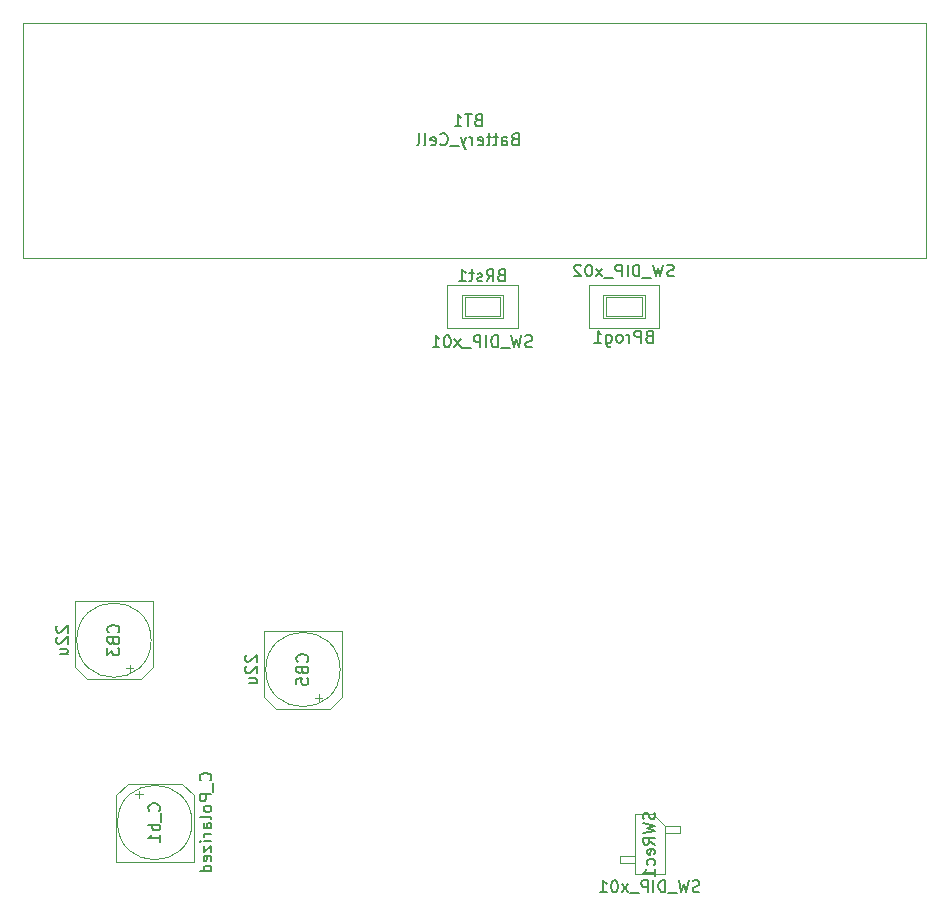
<source format=gbr>
%TF.GenerationSoftware,KiCad,Pcbnew,(6.0.4)*%
%TF.CreationDate,2022-05-20T17:10:54-05:00*%
%TF.ProjectId,Easyrun,45617379-7275-46e2-9e6b-696361645f70,rev?*%
%TF.SameCoordinates,Original*%
%TF.FileFunction,AssemblyDrawing,Bot*%
%FSLAX46Y46*%
G04 Gerber Fmt 4.6, Leading zero omitted, Abs format (unit mm)*
G04 Created by KiCad (PCBNEW (6.0.4)) date 2022-05-20 17:10:54*
%MOMM*%
%LPD*%
G01*
G04 APERTURE LIST*
%ADD10C,0.150000*%
%ADD11C,0.120000*%
%ADD12C,0.100000*%
G04 APERTURE END LIST*
D10*
%TO.C,BT1*%
X155602961Y-76687371D02*
X155460104Y-76734990D01*
X155412485Y-76782609D01*
X155364866Y-76877847D01*
X155364866Y-77020704D01*
X155412485Y-77115942D01*
X155460104Y-77163561D01*
X155555342Y-77211180D01*
X155936295Y-77211180D01*
X155936295Y-76211180D01*
X155602961Y-76211180D01*
X155507723Y-76258800D01*
X155460104Y-76306419D01*
X155412485Y-76401657D01*
X155412485Y-76496895D01*
X155460104Y-76592133D01*
X155507723Y-76639752D01*
X155602961Y-76687371D01*
X155936295Y-76687371D01*
X154507723Y-77211180D02*
X154507723Y-76687371D01*
X154555342Y-76592133D01*
X154650580Y-76544514D01*
X154841057Y-76544514D01*
X154936295Y-76592133D01*
X154507723Y-77163561D02*
X154602961Y-77211180D01*
X154841057Y-77211180D01*
X154936295Y-77163561D01*
X154983914Y-77068323D01*
X154983914Y-76973085D01*
X154936295Y-76877847D01*
X154841057Y-76830228D01*
X154602961Y-76830228D01*
X154507723Y-76782609D01*
X154174390Y-76544514D02*
X153793438Y-76544514D01*
X154031533Y-76211180D02*
X154031533Y-77068323D01*
X153983914Y-77163561D01*
X153888676Y-77211180D01*
X153793438Y-77211180D01*
X153602961Y-76544514D02*
X153222009Y-76544514D01*
X153460104Y-76211180D02*
X153460104Y-77068323D01*
X153412485Y-77163561D01*
X153317247Y-77211180D01*
X153222009Y-77211180D01*
X152507723Y-77163561D02*
X152602961Y-77211180D01*
X152793438Y-77211180D01*
X152888676Y-77163561D01*
X152936295Y-77068323D01*
X152936295Y-76687371D01*
X152888676Y-76592133D01*
X152793438Y-76544514D01*
X152602961Y-76544514D01*
X152507723Y-76592133D01*
X152460104Y-76687371D01*
X152460104Y-76782609D01*
X152936295Y-76877847D01*
X152031533Y-77211180D02*
X152031533Y-76544514D01*
X152031533Y-76734990D02*
X151983914Y-76639752D01*
X151936295Y-76592133D01*
X151841057Y-76544514D01*
X151745819Y-76544514D01*
X151507723Y-76544514D02*
X151269628Y-77211180D01*
X151031533Y-76544514D02*
X151269628Y-77211180D01*
X151364866Y-77449276D01*
X151412485Y-77496895D01*
X151507723Y-77544514D01*
X150888676Y-77306419D02*
X150126771Y-77306419D01*
X149317247Y-77115942D02*
X149364866Y-77163561D01*
X149507723Y-77211180D01*
X149602961Y-77211180D01*
X149745819Y-77163561D01*
X149841057Y-77068323D01*
X149888676Y-76973085D01*
X149936295Y-76782609D01*
X149936295Y-76639752D01*
X149888676Y-76449276D01*
X149841057Y-76354038D01*
X149745819Y-76258800D01*
X149602961Y-76211180D01*
X149507723Y-76211180D01*
X149364866Y-76258800D01*
X149317247Y-76306419D01*
X148507723Y-77163561D02*
X148602961Y-77211180D01*
X148793438Y-77211180D01*
X148888676Y-77163561D01*
X148936295Y-77068323D01*
X148936295Y-76687371D01*
X148888676Y-76592133D01*
X148793438Y-76544514D01*
X148602961Y-76544514D01*
X148507723Y-76592133D01*
X148460104Y-76687371D01*
X148460104Y-76782609D01*
X148936295Y-76877847D01*
X147888676Y-77211180D02*
X147983914Y-77163561D01*
X148031533Y-77068323D01*
X148031533Y-76211180D01*
X147364866Y-77211180D02*
X147460104Y-77163561D01*
X147507723Y-77068323D01*
X147507723Y-76211180D01*
X152483914Y-75087371D02*
X152341057Y-75134990D01*
X152293438Y-75182609D01*
X152245819Y-75277847D01*
X152245819Y-75420704D01*
X152293438Y-75515942D01*
X152341057Y-75563561D01*
X152436295Y-75611180D01*
X152817247Y-75611180D01*
X152817247Y-74611180D01*
X152483914Y-74611180D01*
X152388676Y-74658800D01*
X152341057Y-74706419D01*
X152293438Y-74801657D01*
X152293438Y-74896895D01*
X152341057Y-74992133D01*
X152388676Y-75039752D01*
X152483914Y-75087371D01*
X152817247Y-75087371D01*
X151960104Y-74611180D02*
X151388676Y-74611180D01*
X151674390Y-75611180D02*
X151674390Y-74611180D01*
X150531533Y-75611180D02*
X151102961Y-75611180D01*
X150817247Y-75611180D02*
X150817247Y-74611180D01*
X150912485Y-74754038D01*
X151007723Y-74849276D01*
X151102961Y-74896895D01*
%TO.C,CB5*%
X132875619Y-120395514D02*
X132828000Y-120443133D01*
X132780380Y-120538371D01*
X132780380Y-120776466D01*
X132828000Y-120871704D01*
X132875619Y-120919323D01*
X132970857Y-120966942D01*
X133066095Y-120966942D01*
X133208952Y-120919323D01*
X133780380Y-120347895D01*
X133780380Y-120966942D01*
X132875619Y-121347895D02*
X132828000Y-121395514D01*
X132780380Y-121490752D01*
X132780380Y-121728847D01*
X132828000Y-121824085D01*
X132875619Y-121871704D01*
X132970857Y-121919323D01*
X133066095Y-121919323D01*
X133208952Y-121871704D01*
X133780380Y-121300276D01*
X133780380Y-121919323D01*
X133113714Y-122776466D02*
X133780380Y-122776466D01*
X133113714Y-122347895D02*
X133637523Y-122347895D01*
X133732761Y-122395514D01*
X133780380Y-122490752D01*
X133780380Y-122633609D01*
X133732761Y-122728847D01*
X133685142Y-122776466D01*
X138035142Y-120943133D02*
X138082761Y-120895514D01*
X138130380Y-120752657D01*
X138130380Y-120657419D01*
X138082761Y-120514561D01*
X137987523Y-120419323D01*
X137892285Y-120371704D01*
X137701809Y-120324085D01*
X137558952Y-120324085D01*
X137368476Y-120371704D01*
X137273238Y-120419323D01*
X137178000Y-120514561D01*
X137130380Y-120657419D01*
X137130380Y-120752657D01*
X137178000Y-120895514D01*
X137225619Y-120943133D01*
X137606571Y-121705038D02*
X137654190Y-121847895D01*
X137701809Y-121895514D01*
X137797047Y-121943133D01*
X137939904Y-121943133D01*
X138035142Y-121895514D01*
X138082761Y-121847895D01*
X138130380Y-121752657D01*
X138130380Y-121371704D01*
X137130380Y-121371704D01*
X137130380Y-121705038D01*
X137178000Y-121800276D01*
X137225619Y-121847895D01*
X137320857Y-121895514D01*
X137416095Y-121895514D01*
X137511333Y-121847895D01*
X137558952Y-121800276D01*
X137606571Y-121705038D01*
X137606571Y-121371704D01*
X137130380Y-122847895D02*
X137130380Y-122371704D01*
X137606571Y-122324085D01*
X137558952Y-122371704D01*
X137511333Y-122466942D01*
X137511333Y-122705038D01*
X137558952Y-122800276D01*
X137606571Y-122847895D01*
X137701809Y-122895514D01*
X137939904Y-122895514D01*
X138035142Y-122847895D01*
X138082761Y-122800276D01*
X138130380Y-122705038D01*
X138130380Y-122466942D01*
X138082761Y-122371704D01*
X138035142Y-122324085D01*
%TO.C,C_b1*%
X129837542Y-130992371D02*
X129885161Y-130944752D01*
X129932780Y-130801895D01*
X129932780Y-130706657D01*
X129885161Y-130563800D01*
X129789923Y-130468561D01*
X129694685Y-130420942D01*
X129504209Y-130373323D01*
X129361352Y-130373323D01*
X129170876Y-130420942D01*
X129075638Y-130468561D01*
X128980400Y-130563800D01*
X128932780Y-130706657D01*
X128932780Y-130801895D01*
X128980400Y-130944752D01*
X129028019Y-130992371D01*
X130028019Y-131182847D02*
X130028019Y-131944752D01*
X129932780Y-132182847D02*
X128932780Y-132182847D01*
X128932780Y-132563800D01*
X128980400Y-132659038D01*
X129028019Y-132706657D01*
X129123257Y-132754276D01*
X129266114Y-132754276D01*
X129361352Y-132706657D01*
X129408971Y-132659038D01*
X129456590Y-132563800D01*
X129456590Y-132182847D01*
X129932780Y-133325704D02*
X129885161Y-133230466D01*
X129837542Y-133182847D01*
X129742304Y-133135228D01*
X129456590Y-133135228D01*
X129361352Y-133182847D01*
X129313733Y-133230466D01*
X129266114Y-133325704D01*
X129266114Y-133468561D01*
X129313733Y-133563800D01*
X129361352Y-133611419D01*
X129456590Y-133659038D01*
X129742304Y-133659038D01*
X129837542Y-133611419D01*
X129885161Y-133563800D01*
X129932780Y-133468561D01*
X129932780Y-133325704D01*
X129932780Y-134230466D02*
X129885161Y-134135228D01*
X129789923Y-134087609D01*
X128932780Y-134087609D01*
X129932780Y-135039990D02*
X129408971Y-135039990D01*
X129313733Y-134992371D01*
X129266114Y-134897133D01*
X129266114Y-134706657D01*
X129313733Y-134611419D01*
X129885161Y-135039990D02*
X129932780Y-134944752D01*
X129932780Y-134706657D01*
X129885161Y-134611419D01*
X129789923Y-134563800D01*
X129694685Y-134563800D01*
X129599447Y-134611419D01*
X129551828Y-134706657D01*
X129551828Y-134944752D01*
X129504209Y-135039990D01*
X129932780Y-135516180D02*
X129266114Y-135516180D01*
X129456590Y-135516180D02*
X129361352Y-135563800D01*
X129313733Y-135611419D01*
X129266114Y-135706657D01*
X129266114Y-135801895D01*
X129932780Y-136135228D02*
X129266114Y-136135228D01*
X128932780Y-136135228D02*
X128980400Y-136087609D01*
X129028019Y-136135228D01*
X128980400Y-136182847D01*
X128932780Y-136135228D01*
X129028019Y-136135228D01*
X129266114Y-136516180D02*
X129266114Y-137039990D01*
X129932780Y-136516180D01*
X129932780Y-137039990D01*
X129885161Y-137801895D02*
X129932780Y-137706657D01*
X129932780Y-137516180D01*
X129885161Y-137420942D01*
X129789923Y-137373323D01*
X129408971Y-137373323D01*
X129313733Y-137420942D01*
X129266114Y-137516180D01*
X129266114Y-137706657D01*
X129313733Y-137801895D01*
X129408971Y-137849514D01*
X129504209Y-137849514D01*
X129599447Y-137373323D01*
X129932780Y-138706657D02*
X128932780Y-138706657D01*
X129885161Y-138706657D02*
X129932780Y-138611419D01*
X129932780Y-138420942D01*
X129885161Y-138325704D01*
X129837542Y-138278085D01*
X129742304Y-138230466D01*
X129456590Y-138230466D01*
X129361352Y-138278085D01*
X129313733Y-138325704D01*
X129266114Y-138420942D01*
X129266114Y-138611419D01*
X129313733Y-138706657D01*
X125487542Y-133563800D02*
X125535161Y-133516180D01*
X125582780Y-133373323D01*
X125582780Y-133278085D01*
X125535161Y-133135228D01*
X125439923Y-133039990D01*
X125344685Y-132992371D01*
X125154209Y-132944752D01*
X125011352Y-132944752D01*
X124820876Y-132992371D01*
X124725638Y-133039990D01*
X124630400Y-133135228D01*
X124582780Y-133278085D01*
X124582780Y-133373323D01*
X124630400Y-133516180D01*
X124678019Y-133563800D01*
X125678019Y-133754276D02*
X125678019Y-134516180D01*
X125582780Y-134754276D02*
X124582780Y-134754276D01*
X124963733Y-134754276D02*
X124916114Y-134849514D01*
X124916114Y-135039990D01*
X124963733Y-135135228D01*
X125011352Y-135182847D01*
X125106590Y-135230466D01*
X125392304Y-135230466D01*
X125487542Y-135182847D01*
X125535161Y-135135228D01*
X125582780Y-135039990D01*
X125582780Y-134849514D01*
X125535161Y-134754276D01*
X125582780Y-136182847D02*
X125582780Y-135611419D01*
X125582780Y-135897133D02*
X124582780Y-135897133D01*
X124725638Y-135801895D01*
X124820876Y-135706657D01*
X124868495Y-135611419D01*
%TO.C,BRst1*%
X157081485Y-94280561D02*
X156938628Y-94328180D01*
X156700533Y-94328180D01*
X156605295Y-94280561D01*
X156557676Y-94232942D01*
X156510057Y-94137704D01*
X156510057Y-94042466D01*
X156557676Y-93947228D01*
X156605295Y-93899609D01*
X156700533Y-93851990D01*
X156891009Y-93804371D01*
X156986247Y-93756752D01*
X157033866Y-93709133D01*
X157081485Y-93613895D01*
X157081485Y-93518657D01*
X157033866Y-93423419D01*
X156986247Y-93375800D01*
X156891009Y-93328180D01*
X156652914Y-93328180D01*
X156510057Y-93375800D01*
X156176723Y-93328180D02*
X155938628Y-94328180D01*
X155748152Y-93613895D01*
X155557676Y-94328180D01*
X155319580Y-93328180D01*
X155176723Y-94423419D02*
X154414819Y-94423419D01*
X154176723Y-94328180D02*
X154176723Y-93328180D01*
X153938628Y-93328180D01*
X153795771Y-93375800D01*
X153700533Y-93471038D01*
X153652914Y-93566276D01*
X153605295Y-93756752D01*
X153605295Y-93899609D01*
X153652914Y-94090085D01*
X153700533Y-94185323D01*
X153795771Y-94280561D01*
X153938628Y-94328180D01*
X154176723Y-94328180D01*
X153176723Y-94328180D02*
X153176723Y-93328180D01*
X152700533Y-94328180D02*
X152700533Y-93328180D01*
X152319580Y-93328180D01*
X152224342Y-93375800D01*
X152176723Y-93423419D01*
X152129104Y-93518657D01*
X152129104Y-93661514D01*
X152176723Y-93756752D01*
X152224342Y-93804371D01*
X152319580Y-93851990D01*
X152700533Y-93851990D01*
X151938628Y-94423419D02*
X151176723Y-94423419D01*
X151033866Y-94328180D02*
X150510057Y-93661514D01*
X151033866Y-93661514D02*
X150510057Y-94328180D01*
X149938628Y-93328180D02*
X149843390Y-93328180D01*
X149748152Y-93375800D01*
X149700533Y-93423419D01*
X149652914Y-93518657D01*
X149605295Y-93709133D01*
X149605295Y-93947228D01*
X149652914Y-94137704D01*
X149700533Y-94232942D01*
X149748152Y-94280561D01*
X149843390Y-94328180D01*
X149938628Y-94328180D01*
X150033866Y-94280561D01*
X150081485Y-94232942D01*
X150129104Y-94137704D01*
X150176723Y-93947228D01*
X150176723Y-93709133D01*
X150129104Y-93518657D01*
X150081485Y-93423419D01*
X150033866Y-93375800D01*
X149938628Y-93328180D01*
X148652914Y-94328180D02*
X149224342Y-94328180D01*
X148938628Y-94328180D02*
X148938628Y-93328180D01*
X149033866Y-93471038D01*
X149129104Y-93566276D01*
X149224342Y-93613895D01*
X154462438Y-88204371D02*
X154319580Y-88251990D01*
X154271961Y-88299609D01*
X154224342Y-88394847D01*
X154224342Y-88537704D01*
X154271961Y-88632942D01*
X154319580Y-88680561D01*
X154414819Y-88728180D01*
X154795771Y-88728180D01*
X154795771Y-87728180D01*
X154462438Y-87728180D01*
X154367200Y-87775800D01*
X154319580Y-87823419D01*
X154271961Y-87918657D01*
X154271961Y-88013895D01*
X154319580Y-88109133D01*
X154367200Y-88156752D01*
X154462438Y-88204371D01*
X154795771Y-88204371D01*
X153224342Y-88728180D02*
X153557676Y-88251990D01*
X153795771Y-88728180D02*
X153795771Y-87728180D01*
X153414819Y-87728180D01*
X153319580Y-87775800D01*
X153271961Y-87823419D01*
X153224342Y-87918657D01*
X153224342Y-88061514D01*
X153271961Y-88156752D01*
X153319580Y-88204371D01*
X153414819Y-88251990D01*
X153795771Y-88251990D01*
X152843390Y-88680561D02*
X152748152Y-88728180D01*
X152557676Y-88728180D01*
X152462438Y-88680561D01*
X152414819Y-88585323D01*
X152414819Y-88537704D01*
X152462438Y-88442466D01*
X152557676Y-88394847D01*
X152700533Y-88394847D01*
X152795771Y-88347228D01*
X152843390Y-88251990D01*
X152843390Y-88204371D01*
X152795771Y-88109133D01*
X152700533Y-88061514D01*
X152557676Y-88061514D01*
X152462438Y-88109133D01*
X152129104Y-88061514D02*
X151748152Y-88061514D01*
X151986247Y-87728180D02*
X151986247Y-88585323D01*
X151938628Y-88680561D01*
X151843390Y-88728180D01*
X151748152Y-88728180D01*
X150891009Y-88728180D02*
X151462438Y-88728180D01*
X151176723Y-88728180D02*
X151176723Y-87728180D01*
X151271961Y-87871038D01*
X151367200Y-87966276D01*
X151462438Y-88013895D01*
%TO.C,BProg1*%
X169070285Y-88280561D02*
X168927428Y-88328180D01*
X168689333Y-88328180D01*
X168594095Y-88280561D01*
X168546476Y-88232942D01*
X168498857Y-88137704D01*
X168498857Y-88042466D01*
X168546476Y-87947228D01*
X168594095Y-87899609D01*
X168689333Y-87851990D01*
X168879809Y-87804371D01*
X168975047Y-87756752D01*
X169022666Y-87709133D01*
X169070285Y-87613895D01*
X169070285Y-87518657D01*
X169022666Y-87423419D01*
X168975047Y-87375800D01*
X168879809Y-87328180D01*
X168641714Y-87328180D01*
X168498857Y-87375800D01*
X168165523Y-87328180D02*
X167927428Y-88328180D01*
X167736952Y-87613895D01*
X167546476Y-88328180D01*
X167308380Y-87328180D01*
X167165523Y-88423419D02*
X166403619Y-88423419D01*
X166165523Y-88328180D02*
X166165523Y-87328180D01*
X165927428Y-87328180D01*
X165784571Y-87375800D01*
X165689333Y-87471038D01*
X165641714Y-87566276D01*
X165594095Y-87756752D01*
X165594095Y-87899609D01*
X165641714Y-88090085D01*
X165689333Y-88185323D01*
X165784571Y-88280561D01*
X165927428Y-88328180D01*
X166165523Y-88328180D01*
X165165523Y-88328180D02*
X165165523Y-87328180D01*
X164689333Y-88328180D02*
X164689333Y-87328180D01*
X164308380Y-87328180D01*
X164213142Y-87375800D01*
X164165523Y-87423419D01*
X164117904Y-87518657D01*
X164117904Y-87661514D01*
X164165523Y-87756752D01*
X164213142Y-87804371D01*
X164308380Y-87851990D01*
X164689333Y-87851990D01*
X163927428Y-88423419D02*
X163165523Y-88423419D01*
X163022666Y-88328180D02*
X162498857Y-87661514D01*
X163022666Y-87661514D02*
X162498857Y-88328180D01*
X161927428Y-87328180D02*
X161832190Y-87328180D01*
X161736952Y-87375800D01*
X161689333Y-87423419D01*
X161641714Y-87518657D01*
X161594095Y-87709133D01*
X161594095Y-87947228D01*
X161641714Y-88137704D01*
X161689333Y-88232942D01*
X161736952Y-88280561D01*
X161832190Y-88328180D01*
X161927428Y-88328180D01*
X162022666Y-88280561D01*
X162070285Y-88232942D01*
X162117904Y-88137704D01*
X162165523Y-87947228D01*
X162165523Y-87709133D01*
X162117904Y-87518657D01*
X162070285Y-87423419D01*
X162022666Y-87375800D01*
X161927428Y-87328180D01*
X161213142Y-87423419D02*
X161165523Y-87375800D01*
X161070285Y-87328180D01*
X160832190Y-87328180D01*
X160736952Y-87375800D01*
X160689333Y-87423419D01*
X160641714Y-87518657D01*
X160641714Y-87613895D01*
X160689333Y-87756752D01*
X161260761Y-88328180D01*
X160641714Y-88328180D01*
X166975047Y-93404371D02*
X166832190Y-93451990D01*
X166784571Y-93499609D01*
X166736952Y-93594847D01*
X166736952Y-93737704D01*
X166784571Y-93832942D01*
X166832190Y-93880561D01*
X166927428Y-93928180D01*
X167308380Y-93928180D01*
X167308380Y-92928180D01*
X166975047Y-92928180D01*
X166879809Y-92975800D01*
X166832190Y-93023419D01*
X166784571Y-93118657D01*
X166784571Y-93213895D01*
X166832190Y-93309133D01*
X166879809Y-93356752D01*
X166975047Y-93404371D01*
X167308380Y-93404371D01*
X166308380Y-93928180D02*
X166308380Y-92928180D01*
X165927428Y-92928180D01*
X165832190Y-92975800D01*
X165784571Y-93023419D01*
X165736952Y-93118657D01*
X165736952Y-93261514D01*
X165784571Y-93356752D01*
X165832190Y-93404371D01*
X165927428Y-93451990D01*
X166308380Y-93451990D01*
X165308380Y-93928180D02*
X165308380Y-93261514D01*
X165308380Y-93451990D02*
X165260761Y-93356752D01*
X165213142Y-93309133D01*
X165117904Y-93261514D01*
X165022666Y-93261514D01*
X164546476Y-93928180D02*
X164641714Y-93880561D01*
X164689333Y-93832942D01*
X164736952Y-93737704D01*
X164736952Y-93451990D01*
X164689333Y-93356752D01*
X164641714Y-93309133D01*
X164546476Y-93261514D01*
X164403619Y-93261514D01*
X164308380Y-93309133D01*
X164260761Y-93356752D01*
X164213142Y-93451990D01*
X164213142Y-93737704D01*
X164260761Y-93832942D01*
X164308380Y-93880561D01*
X164403619Y-93928180D01*
X164546476Y-93928180D01*
X163356000Y-93261514D02*
X163356000Y-94071038D01*
X163403619Y-94166276D01*
X163451238Y-94213895D01*
X163546476Y-94261514D01*
X163689333Y-94261514D01*
X163784571Y-94213895D01*
X163356000Y-93880561D02*
X163451238Y-93928180D01*
X163641714Y-93928180D01*
X163736952Y-93880561D01*
X163784571Y-93832942D01*
X163832190Y-93737704D01*
X163832190Y-93451990D01*
X163784571Y-93356752D01*
X163736952Y-93309133D01*
X163641714Y-93261514D01*
X163451238Y-93261514D01*
X163356000Y-93309133D01*
X162356000Y-93928180D02*
X162927428Y-93928180D01*
X162641714Y-93928180D02*
X162641714Y-92928180D01*
X162736952Y-93071038D01*
X162832190Y-93166276D01*
X162927428Y-93213895D01*
%TO.C,SWRec1*%
X171250285Y-140412761D02*
X171107428Y-140460380D01*
X170869333Y-140460380D01*
X170774095Y-140412761D01*
X170726476Y-140365142D01*
X170678857Y-140269904D01*
X170678857Y-140174666D01*
X170726476Y-140079428D01*
X170774095Y-140031809D01*
X170869333Y-139984190D01*
X171059809Y-139936571D01*
X171155047Y-139888952D01*
X171202666Y-139841333D01*
X171250285Y-139746095D01*
X171250285Y-139650857D01*
X171202666Y-139555619D01*
X171155047Y-139508000D01*
X171059809Y-139460380D01*
X170821714Y-139460380D01*
X170678857Y-139508000D01*
X170345523Y-139460380D02*
X170107428Y-140460380D01*
X169916952Y-139746095D01*
X169726476Y-140460380D01*
X169488380Y-139460380D01*
X169345523Y-140555619D02*
X168583619Y-140555619D01*
X168345523Y-140460380D02*
X168345523Y-139460380D01*
X168107428Y-139460380D01*
X167964571Y-139508000D01*
X167869333Y-139603238D01*
X167821714Y-139698476D01*
X167774095Y-139888952D01*
X167774095Y-140031809D01*
X167821714Y-140222285D01*
X167869333Y-140317523D01*
X167964571Y-140412761D01*
X168107428Y-140460380D01*
X168345523Y-140460380D01*
X167345523Y-140460380D02*
X167345523Y-139460380D01*
X166869333Y-140460380D02*
X166869333Y-139460380D01*
X166488380Y-139460380D01*
X166393142Y-139508000D01*
X166345523Y-139555619D01*
X166297904Y-139650857D01*
X166297904Y-139793714D01*
X166345523Y-139888952D01*
X166393142Y-139936571D01*
X166488380Y-139984190D01*
X166869333Y-139984190D01*
X166107428Y-140555619D02*
X165345523Y-140555619D01*
X165202666Y-140460380D02*
X164678857Y-139793714D01*
X165202666Y-139793714D02*
X164678857Y-140460380D01*
X164107428Y-139460380D02*
X164012190Y-139460380D01*
X163916952Y-139508000D01*
X163869333Y-139555619D01*
X163821714Y-139650857D01*
X163774095Y-139841333D01*
X163774095Y-140079428D01*
X163821714Y-140269904D01*
X163869333Y-140365142D01*
X163916952Y-140412761D01*
X164012190Y-140460380D01*
X164107428Y-140460380D01*
X164202666Y-140412761D01*
X164250285Y-140365142D01*
X164297904Y-140269904D01*
X164345523Y-140079428D01*
X164345523Y-139841333D01*
X164297904Y-139650857D01*
X164250285Y-139555619D01*
X164202666Y-139508000D01*
X164107428Y-139460380D01*
X162821714Y-140460380D02*
X163393142Y-140460380D01*
X163107428Y-140460380D02*
X163107428Y-139460380D01*
X163202666Y-139603238D01*
X163297904Y-139698476D01*
X163393142Y-139746095D01*
X167440761Y-133717523D02*
X167488380Y-133860380D01*
X167488380Y-134098476D01*
X167440761Y-134193714D01*
X167393142Y-134241333D01*
X167297904Y-134288952D01*
X167202666Y-134288952D01*
X167107428Y-134241333D01*
X167059809Y-134193714D01*
X167012190Y-134098476D01*
X166964571Y-133908000D01*
X166916952Y-133812761D01*
X166869333Y-133765142D01*
X166774095Y-133717523D01*
X166678857Y-133717523D01*
X166583619Y-133765142D01*
X166536000Y-133812761D01*
X166488380Y-133908000D01*
X166488380Y-134146095D01*
X166536000Y-134288952D01*
X166488380Y-134622285D02*
X167488380Y-134860380D01*
X166774095Y-135050857D01*
X167488380Y-135241333D01*
X166488380Y-135479428D01*
X167488380Y-136431809D02*
X167012190Y-136098476D01*
X167488380Y-135860380D02*
X166488380Y-135860380D01*
X166488380Y-136241333D01*
X166536000Y-136336571D01*
X166583619Y-136384190D01*
X166678857Y-136431809D01*
X166821714Y-136431809D01*
X166916952Y-136384190D01*
X166964571Y-136336571D01*
X167012190Y-136241333D01*
X167012190Y-135860380D01*
X167440761Y-137241333D02*
X167488380Y-137146095D01*
X167488380Y-136955619D01*
X167440761Y-136860380D01*
X167345523Y-136812761D01*
X166964571Y-136812761D01*
X166869333Y-136860380D01*
X166821714Y-136955619D01*
X166821714Y-137146095D01*
X166869333Y-137241333D01*
X166964571Y-137288952D01*
X167059809Y-137288952D01*
X167155047Y-136812761D01*
X167440761Y-138146095D02*
X167488380Y-138050857D01*
X167488380Y-137860380D01*
X167440761Y-137765142D01*
X167393142Y-137717523D01*
X167297904Y-137669904D01*
X167012190Y-137669904D01*
X166916952Y-137717523D01*
X166869333Y-137765142D01*
X166821714Y-137860380D01*
X166821714Y-138050857D01*
X166869333Y-138146095D01*
X167488380Y-139098476D02*
X167488380Y-138527047D01*
X167488380Y-138812761D02*
X166488380Y-138812761D01*
X166631238Y-138717523D01*
X166726476Y-138622285D01*
X166774095Y-138527047D01*
%TO.C,CB3*%
X116873619Y-117906314D02*
X116826000Y-117953933D01*
X116778380Y-118049171D01*
X116778380Y-118287266D01*
X116826000Y-118382504D01*
X116873619Y-118430123D01*
X116968857Y-118477742D01*
X117064095Y-118477742D01*
X117206952Y-118430123D01*
X117778380Y-117858695D01*
X117778380Y-118477742D01*
X116873619Y-118858695D02*
X116826000Y-118906314D01*
X116778380Y-119001552D01*
X116778380Y-119239647D01*
X116826000Y-119334885D01*
X116873619Y-119382504D01*
X116968857Y-119430123D01*
X117064095Y-119430123D01*
X117206952Y-119382504D01*
X117778380Y-118811076D01*
X117778380Y-119430123D01*
X117111714Y-120287266D02*
X117778380Y-120287266D01*
X117111714Y-119858695D02*
X117635523Y-119858695D01*
X117730761Y-119906314D01*
X117778380Y-120001552D01*
X117778380Y-120144409D01*
X117730761Y-120239647D01*
X117683142Y-120287266D01*
X122033142Y-118453933D02*
X122080761Y-118406314D01*
X122128380Y-118263457D01*
X122128380Y-118168219D01*
X122080761Y-118025361D01*
X121985523Y-117930123D01*
X121890285Y-117882504D01*
X121699809Y-117834885D01*
X121556952Y-117834885D01*
X121366476Y-117882504D01*
X121271238Y-117930123D01*
X121176000Y-118025361D01*
X121128380Y-118168219D01*
X121128380Y-118263457D01*
X121176000Y-118406314D01*
X121223619Y-118453933D01*
X121604571Y-119215838D02*
X121652190Y-119358695D01*
X121699809Y-119406314D01*
X121795047Y-119453933D01*
X121937904Y-119453933D01*
X122033142Y-119406314D01*
X122080761Y-119358695D01*
X122128380Y-119263457D01*
X122128380Y-118882504D01*
X121128380Y-118882504D01*
X121128380Y-119215838D01*
X121176000Y-119311076D01*
X121223619Y-119358695D01*
X121318857Y-119406314D01*
X121414095Y-119406314D01*
X121509333Y-119358695D01*
X121556952Y-119311076D01*
X121604571Y-119215838D01*
X121604571Y-118882504D01*
X121128380Y-119787266D02*
X121128380Y-120406314D01*
X121509333Y-120072980D01*
X121509333Y-120215838D01*
X121556952Y-120311076D01*
X121604571Y-120358695D01*
X121699809Y-120406314D01*
X121937904Y-120406314D01*
X122033142Y-120358695D01*
X122080761Y-120311076D01*
X122128380Y-120215838D01*
X122128380Y-119930123D01*
X122080761Y-119834885D01*
X122033142Y-119787266D01*
D11*
%TO.C,BT1*%
X190458600Y-66852800D02*
X114004600Y-66852800D01*
X114004600Y-66852800D02*
X114004600Y-86766400D01*
X114004600Y-86766400D02*
X190458600Y-86766400D01*
X190458600Y-86766400D02*
X190458600Y-66852800D01*
D12*
%TO.C,CB5*%
X135378000Y-124909800D02*
X134378000Y-123909800D01*
X139978000Y-124909800D02*
X140978000Y-123909800D01*
X140978000Y-123909800D02*
X140978000Y-118309800D01*
X140978000Y-118309800D02*
X134378000Y-118309800D01*
X139323000Y-123999638D02*
X138693000Y-123999638D01*
X139978000Y-124909800D02*
X135378000Y-124909800D01*
X139008000Y-124314638D02*
X139008000Y-123684638D01*
X134378000Y-123909800D02*
X134378000Y-118309800D01*
X140828000Y-121609800D02*
G75*
G03*
X140828000Y-121609800I-3150000J0D01*
G01*
%TO.C,C_b1*%
X122830400Y-131263800D02*
X127430400Y-131263800D01*
X121830400Y-132263800D02*
X121830400Y-137863800D01*
X121830400Y-137863800D02*
X128430400Y-137863800D01*
X123485400Y-132173962D02*
X124115400Y-132173962D01*
X127430400Y-131263800D02*
X128430400Y-132263800D01*
X122830400Y-131263800D02*
X121830400Y-132263800D01*
X123800400Y-131858962D02*
X123800400Y-132488962D01*
X128430400Y-132263800D02*
X128430400Y-137863800D01*
X128280400Y-134563800D02*
G75*
G03*
X128280400Y-134563800I-3150000J0D01*
G01*
%TO.C,BRst1*%
X154367200Y-91675800D02*
X151367200Y-91675800D01*
X154367200Y-90075800D02*
X154367200Y-91675800D01*
X151117200Y-91875800D02*
X154617200Y-91875800D01*
X151367200Y-90075800D02*
X151367200Y-91675800D01*
X151117200Y-89875800D02*
X151117200Y-91875800D01*
X154367200Y-90075800D02*
X151367200Y-90075800D01*
X155867200Y-89075800D02*
X155867200Y-92675800D01*
X155867200Y-89075800D02*
X149867200Y-89075800D01*
X154617200Y-91875800D02*
X154617200Y-89875800D01*
X154617200Y-89875800D02*
X151117200Y-89875800D01*
X155867200Y-92675800D02*
X149867200Y-92675800D01*
X149867200Y-89075800D02*
X149867200Y-92675800D01*
%TO.C,BProg1*%
X166606000Y-91875800D02*
X166606000Y-89875800D01*
X161856000Y-92675800D02*
X167856000Y-92675800D01*
X163356000Y-91675800D02*
X166356000Y-91675800D01*
X166606000Y-89875800D02*
X163106000Y-89875800D01*
X163106000Y-91875800D02*
X166606000Y-91875800D01*
X163356000Y-90075800D02*
X166356000Y-90075800D01*
X167856000Y-92675800D02*
X167856000Y-89075800D01*
X161856000Y-92675800D02*
X161856000Y-89075800D01*
X163356000Y-91675800D02*
X163356000Y-90075800D01*
X166356000Y-91675800D02*
X166356000Y-90075800D01*
X161856000Y-89075800D02*
X167856000Y-89075800D01*
X163106000Y-89875800D02*
X163106000Y-91875800D01*
%TO.C,SWRec1*%
X165766000Y-138948000D02*
X168306000Y-138948000D01*
X164496000Y-137358000D02*
X164496000Y-137998000D01*
X165766000Y-133868000D02*
X165766000Y-138948000D01*
X164496000Y-137998000D02*
X165766000Y-137998000D01*
X168306000Y-134818000D02*
X167356000Y-133868000D01*
X168306000Y-138948000D02*
X168306000Y-134818000D01*
X165766000Y-137358000D02*
X164496000Y-137358000D01*
X169576000Y-134818000D02*
X169576000Y-135458000D01*
X167356000Y-133868000D02*
X165766000Y-133868000D01*
X168306000Y-134818000D02*
X169576000Y-134818000D01*
X169576000Y-135458000D02*
X168306000Y-135458000D01*
%TO.C,CB3*%
X118376000Y-121420600D02*
X118376000Y-115820600D01*
X124976000Y-121420600D02*
X124976000Y-115820600D01*
X123006000Y-121825438D02*
X123006000Y-121195438D01*
X123976000Y-122420600D02*
X124976000Y-121420600D01*
X124976000Y-115820600D02*
X118376000Y-115820600D01*
X119376000Y-122420600D02*
X118376000Y-121420600D01*
X123321000Y-121510438D02*
X122691000Y-121510438D01*
X123976000Y-122420600D02*
X119376000Y-122420600D01*
X124826000Y-119120600D02*
G75*
G03*
X124826000Y-119120600I-3150000J0D01*
G01*
%TD*%
M02*

</source>
